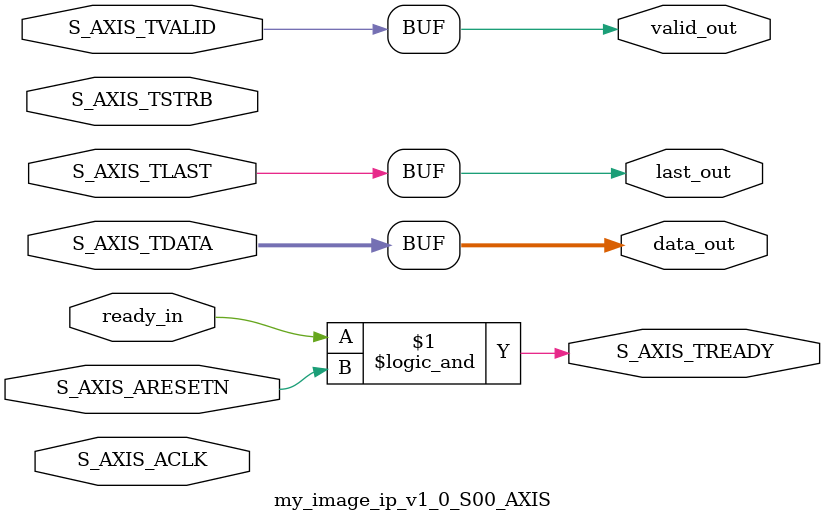
<source format=v>
`timescale 1 ns / 1 ps

module my_image_ip_v1_0_S00_AXIS #
(
    // AXI4Stream sink: Data Width
    parameter integer C_S_AXIS_TDATA_WIDTH = 32
)
(
    // AXI4Stream sink interface
    input wire  S_AXIS_ACLK,
    input wire  S_AXIS_ARESETN,
    output wire  S_AXIS_TREADY,
    input wire [C_S_AXIS_TDATA_WIDTH-1 : 0] S_AXIS_TDATA,
    input wire [(C_S_AXIS_TDATA_WIDTH/8)-1 : 0] S_AXIS_TSTRB,
    input wire  S_AXIS_TLAST,
    input wire  S_AXIS_TVALID,

    // User Interface (To IP Top Logic)
    // 이 부분은 Vivado 기본 코드에는 없고 우리가 새로 추가하는 포트입니다.
    output wire [C_S_AXIS_TDATA_WIDTH-1 : 0] data_out,
    output wire  valid_out,
    output wire  last_out,
    input wire   ready_in    // Top 모듈(FIFO)에서 "나 받을 수 있어"라고 주는 신호
);

    // [핵심] 복잡한 상태 머신(FSM) 제거하고 직결
    
    // 데이터와 유효 신호는 그대로 내부로 전달
    assign data_out  = S_AXIS_TDATA;
    assign valid_out = S_AXIS_TVALID;
    assign last_out  = S_AXIS_TLAST;

    // [Flow Control]
    // 내부(FIFO)가 준비되었고(ready_in), 리셋 상태가 아닐 때만
    // 외부(DMA)에게 "보내도 돼(TREADY=1)"라고 알림
    assign S_AXIS_TREADY = ready_in && S_AXIS_ARESETN;

endmodule
</source>
